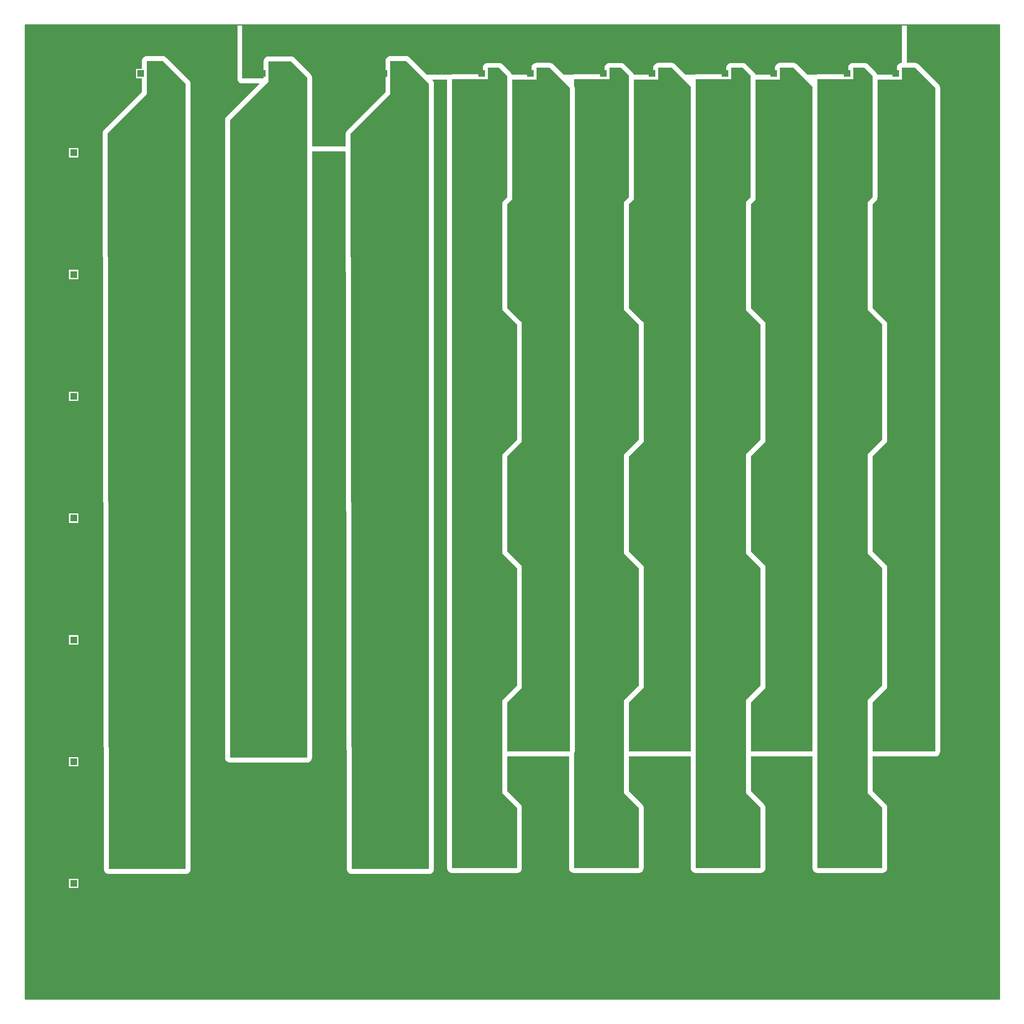
<source format=gbl>
G04*
G04 #@! TF.GenerationSoftware,Altium Limited,Altium Designer,20.0.13 (296)*
G04*
G04 Layer_Physical_Order=2*
G04 Layer_Color=16711680*
%FSLAX44Y44*%
%MOMM*%
G71*
G01*
G75*
%ADD12C,0.2540*%
%ADD27C,6.0000*%
%ADD28C,4.0000*%
%ADD29R,1.4000X1.4000*%
%ADD30C,1.4000*%
%ADD31R,1.4000X1.4000*%
%ADD32C,1.2700*%
G36*
X1800000Y1999902D02*
X1800000Y1921868D01*
X1799914D01*
X1797303Y1921525D01*
X1794871Y1920517D01*
X1792782Y1918914D01*
X1791179Y1916825D01*
X1790171Y1914393D01*
X1789827Y1911782D01*
X1789827Y1897967D01*
X1750086Y1897967D01*
X1749640Y1897908D01*
X1748735Y1900093D01*
X1747132Y1902182D01*
X1730482Y1918832D01*
X1728393Y1920435D01*
X1725961Y1921443D01*
X1723350Y1921786D01*
X1700000D01*
X1697390Y1921443D01*
X1694957Y1920435D01*
X1692868Y1918832D01*
X1691265Y1916743D01*
X1690257Y1914310D01*
X1689914Y1911700D01*
X1689914Y1898436D01*
X1626890Y1898436D01*
X1624279Y1898093D01*
X1622822Y1897489D01*
X1606155D01*
X1584730Y1918914D01*
X1584730Y1918914D01*
X1583624Y1919763D01*
X1582641Y1920517D01*
X1580208Y1921525D01*
X1577598Y1921869D01*
X1549914Y1921868D01*
X1547303Y1921525D01*
X1544870Y1920517D01*
X1542782Y1918914D01*
X1541179Y1916825D01*
X1540171Y1914393D01*
X1539827Y1911782D01*
X1539827Y1897967D01*
X1500086Y1897967D01*
X1499640Y1897908D01*
X1498735Y1900093D01*
X1497132Y1902182D01*
X1480482Y1918832D01*
X1478393Y1920435D01*
X1475961Y1921443D01*
X1473350Y1921786D01*
X1450000D01*
X1447390Y1921443D01*
X1444957Y1920435D01*
X1442868Y1918832D01*
X1441265Y1916743D01*
X1440257Y1914310D01*
X1439914Y1911700D01*
X1439914Y1898436D01*
X1376889Y1898436D01*
X1374279Y1898093D01*
X1372822Y1897489D01*
X1356155D01*
X1334730Y1918914D01*
X1334730Y1918914D01*
X1333624Y1919763D01*
X1332641Y1920517D01*
X1330208Y1921525D01*
X1327598Y1921869D01*
X1299914Y1921868D01*
X1297303Y1921525D01*
X1294870Y1920517D01*
X1292782Y1918914D01*
X1291179Y1916825D01*
X1290171Y1914393D01*
X1289827Y1911782D01*
X1289827Y1897967D01*
X1250086Y1897967D01*
X1249640Y1897908D01*
X1248735Y1900093D01*
X1247132Y1902182D01*
X1230482Y1918832D01*
X1228393Y1920435D01*
X1225960Y1921443D01*
X1223350Y1921786D01*
X1200000D01*
X1197390Y1921443D01*
X1194957Y1920435D01*
X1192868Y1918832D01*
X1191265Y1916743D01*
X1190257Y1914310D01*
X1189914Y1911700D01*
X1189914Y1898436D01*
X1126889Y1898436D01*
X1124279Y1898093D01*
X1122822Y1897489D01*
X1106155D01*
X1084730Y1918914D01*
X1084730Y1918914D01*
X1083624Y1919763D01*
X1082641Y1920517D01*
X1080209Y1921525D01*
X1077598Y1921869D01*
X1049914Y1921868D01*
X1047303Y1921525D01*
X1044871Y1920517D01*
X1042782Y1918914D01*
X1041179Y1916825D01*
X1040171Y1914393D01*
X1039827Y1911782D01*
X1039827Y1897967D01*
X1000086Y1897967D01*
X999640Y1897908D01*
X998735Y1900093D01*
X997132Y1902182D01*
X980482Y1918832D01*
X978393Y1920435D01*
X975960Y1921443D01*
X973350Y1921786D01*
X950000D01*
X947390Y1921443D01*
X944957Y1920435D01*
X942868Y1918832D01*
X941265Y1916743D01*
X940257Y1914310D01*
X939914Y1911700D01*
X939914Y1898436D01*
X876890Y1898436D01*
X874279Y1898093D01*
X872822Y1897489D01*
X825251D01*
X789986Y1932754D01*
X787897Y1934357D01*
X785464Y1935364D01*
X782854Y1935708D01*
X750000Y1935708D01*
X747389Y1935364D01*
X744957Y1934357D01*
X742868Y1932754D01*
X741265Y1930665D01*
X740257Y1928232D01*
X739914Y1925622D01*
X739914Y1861765D01*
X661269Y1783120D01*
X661264Y1783113D01*
X661257Y1783108D01*
X660461Y1782068D01*
X659666Y1781031D01*
X659663Y1781023D01*
X659657Y1781016D01*
X659158Y1779804D01*
X658658Y1778598D01*
X658657Y1778590D01*
X658654Y1778582D01*
X658486Y1777288D01*
X658315Y1775988D01*
X658316Y1775979D01*
X658315Y1775971D01*
X658357Y1750899D01*
X657460Y1750000D01*
X589306D01*
Y1891781D01*
X588962Y1894391D01*
X587954Y1896824D01*
X586352Y1898913D01*
X586352Y1898913D01*
X552973Y1932291D01*
X550884Y1933894D01*
X548451Y1934902D01*
X545841Y1935246D01*
X500000D01*
X497389Y1934902D01*
X494957Y1933894D01*
X492868Y1932291D01*
X491265Y1930202D01*
X490257Y1927770D01*
X489914Y1925159D01*
Y1889794D01*
X446036D01*
Y1998956D01*
X447265Y2000000D01*
X1800000Y1999902D01*
D02*
G37*
G36*
X1616803Y1872577D02*
X1616803Y508077D01*
X1490086Y508077D01*
X1490086Y609169D01*
X1519914Y638997D01*
Y642119D01*
X1520086Y643431D01*
X1520086Y884381D01*
X1519914Y885693D01*
Y888735D01*
X1490086Y918563D01*
Y1114010D01*
X1519914Y1143837D01*
Y1146962D01*
X1520086Y1148272D01*
X1520086Y1384597D01*
D01*
D01*
Y1384597D01*
X1519914Y1385909D01*
Y1388803D01*
X1517609Y1391108D01*
X1517132Y1391729D01*
X1507132Y1401729D01*
X1507132D01*
Y1401729D01*
X1490086Y1418775D01*
Y1631488D01*
X1499914Y1641316D01*
Y1644670D01*
X1500086Y1645981D01*
Y1645981D01*
Y1645981D01*
Y1887880D01*
X1549914Y1887881D01*
X1549914Y1911782D01*
X1577598Y1911782D01*
X1616803Y1872577D01*
D02*
G37*
G36*
X1366803D02*
X1366803Y508077D01*
X1240086Y508077D01*
X1240086Y609169D01*
X1269914Y638997D01*
Y642119D01*
X1270086Y643431D01*
X1270086Y884381D01*
X1269914Y885693D01*
Y888735D01*
X1240086Y918563D01*
Y1114010D01*
X1269914Y1143837D01*
Y1146962D01*
X1270086Y1148272D01*
X1270086Y1384597D01*
D01*
D01*
Y1384597D01*
X1269914Y1385909D01*
Y1388803D01*
X1267609Y1391108D01*
X1267132Y1391729D01*
X1257132Y1401729D01*
X1257132D01*
Y1401729D01*
X1240086Y1418775D01*
Y1631488D01*
X1249914Y1641316D01*
Y1644670D01*
X1250086Y1645981D01*
Y1645981D01*
Y1645981D01*
Y1887880D01*
X1299914Y1887881D01*
X1299914Y1911782D01*
X1327598Y1911782D01*
X1366803Y1872577D01*
D02*
G37*
G36*
X1868604Y1870776D02*
X1868604Y508077D01*
X1740086Y508077D01*
X1740086Y609169D01*
X1769914Y638997D01*
Y642119D01*
X1770086Y643431D01*
X1770086Y884381D01*
X1769914Y885693D01*
Y888735D01*
X1740086Y918563D01*
Y1114010D01*
X1769914Y1143837D01*
Y1146962D01*
X1770086Y1148272D01*
X1770086Y1384597D01*
D01*
D01*
Y1384597D01*
X1769914Y1385909D01*
Y1388803D01*
X1767609Y1391108D01*
X1767132Y1391729D01*
X1757132Y1401729D01*
X1757132D01*
Y1401729D01*
X1740086Y1418775D01*
Y1631488D01*
X1749914Y1641316D01*
Y1644670D01*
X1750086Y1645981D01*
Y1645981D01*
Y1645981D01*
Y1887880D01*
X1799914Y1887881D01*
X1799914Y1911782D01*
X1827598Y1911782D01*
X1868604Y1870776D01*
D02*
G37*
G36*
X1118605D02*
X1118605Y508077D01*
X990086Y508077D01*
X990086Y609169D01*
X1019914Y638997D01*
Y642119D01*
X1020086Y643431D01*
X1020086Y884381D01*
X1019914Y885693D01*
Y888735D01*
X990086Y918563D01*
Y1114010D01*
X1019914Y1143837D01*
Y1146962D01*
X1020086Y1148272D01*
X1020086Y1384597D01*
D01*
D01*
Y1384597D01*
X1019914Y1385909D01*
Y1388803D01*
X1017609Y1391108D01*
X1017132Y1391729D01*
X1007132Y1401729D01*
X1007132D01*
Y1401729D01*
X990086Y1418775D01*
Y1631488D01*
X999914Y1641316D01*
Y1644670D01*
X1000086Y1645981D01*
Y1645981D01*
Y1645981D01*
Y1887880D01*
X1049914Y1887881D01*
X1049914Y1911782D01*
X1077598Y1911782D01*
X1118605Y1870776D01*
D02*
G37*
G36*
X2000000Y0D02*
X0D01*
Y2000000D01*
X435016D01*
X435950Y1998956D01*
Y1889794D01*
X436293Y1887183D01*
X437301Y1884751D01*
X438904Y1882662D01*
X440993Y1881059D01*
X443425Y1880051D01*
X446036Y1879708D01*
X480449D01*
X480935Y1878534D01*
X413764Y1811363D01*
X412161Y1809274D01*
X411153Y1806842D01*
X410810Y1804231D01*
X410810Y495514D01*
X411153Y492903D01*
X412161Y490471D01*
X413764Y488382D01*
X415853Y486779D01*
X418285Y485771D01*
X420896Y485428D01*
X579220Y485428D01*
X581830Y485771D01*
X584263Y486779D01*
X586352Y488382D01*
X587954Y490471D01*
X588962Y492903D01*
X589306Y495514D01*
Y1739914D01*
X657460D01*
X658378Y1739087D01*
X660896Y266834D01*
X661069Y265538D01*
X661240Y264240D01*
X661243Y264232D01*
X661244Y264224D01*
X661748Y263013D01*
X662247Y261808D01*
X662253Y261801D01*
X662256Y261793D01*
X663054Y260757D01*
X663850Y259719D01*
X663857Y259713D01*
X663862Y259707D01*
X664899Y258914D01*
X665939Y258116D01*
X665947Y258113D01*
X665954Y258107D01*
X667160Y257610D01*
X668372Y257108D01*
X668380Y257107D01*
X668388Y257104D01*
X669681Y256936D01*
X670982Y256765D01*
X829592Y256765D01*
X832202Y257108D01*
X834635Y258116D01*
X836724Y259719D01*
X838327Y261808D01*
X839334Y264240D01*
X839678Y266851D01*
Y1878885D01*
X839334Y1881495D01*
X838327Y1883928D01*
X836724Y1886017D01*
X836511Y1886229D01*
X836997Y1887403D01*
X866803D01*
X866803Y268942D01*
X867147Y266332D01*
X868155Y263899D01*
X869758Y261810D01*
X871846Y260207D01*
X874279Y259200D01*
X876890Y258856D01*
X1010001D01*
X1012611Y259200D01*
X1015044Y260207D01*
X1017133Y261810D01*
X1018736Y263899D01*
X1019743Y266332D01*
X1020087Y268942D01*
X1020087Y392674D01*
X1019743Y395284D01*
X1018736Y397717D01*
X1017133Y399806D01*
X990086Y426853D01*
Y497990D01*
X1116803Y497990D01*
Y268942D01*
X1117147Y266332D01*
X1118155Y263899D01*
X1119758Y261810D01*
X1121846Y260207D01*
X1124279Y259200D01*
X1126890Y258856D01*
X1260001D01*
X1262611Y259200D01*
X1265044Y260207D01*
X1267133Y261810D01*
X1268736Y263899D01*
X1269743Y266332D01*
X1270087Y268942D01*
X1270087Y392674D01*
X1269743Y395284D01*
X1268736Y397717D01*
X1267133Y399806D01*
X1240086Y426853D01*
Y497990D01*
X1366803Y497990D01*
Y268942D01*
X1367147Y266332D01*
X1368155Y263899D01*
X1369758Y261810D01*
X1371846Y260207D01*
X1374279Y259200D01*
X1376890Y258856D01*
X1510001D01*
X1512611Y259200D01*
X1515044Y260207D01*
X1517133Y261810D01*
X1518736Y263899D01*
X1519743Y266332D01*
X1520087Y268942D01*
X1520087Y392674D01*
X1519743Y395284D01*
X1518736Y397717D01*
X1517133Y399806D01*
X1490086Y426853D01*
Y497990D01*
X1616803Y497990D01*
Y268942D01*
X1617147Y266332D01*
X1618155Y263899D01*
X1619758Y261810D01*
X1621846Y260207D01*
X1624279Y259200D01*
X1626890Y258856D01*
X1760001D01*
X1762611Y259200D01*
X1765044Y260207D01*
X1767133Y261810D01*
X1768736Y263899D01*
X1769743Y266332D01*
X1770087Y268942D01*
X1770087Y392674D01*
X1769743Y395284D01*
X1768736Y397717D01*
X1767133Y399806D01*
X1740086Y426853D01*
Y497990D01*
X1868604Y497990D01*
X1871215Y498334D01*
X1873648Y499342D01*
X1875737Y500945D01*
X1877339Y503034D01*
X1878347Y505466D01*
X1878691Y508077D01*
X1878691Y1870775D01*
X1878691Y1870776D01*
X1878347Y1873386D01*
X1877339Y1875819D01*
X1875737Y1877908D01*
X1875737Y1877908D01*
X1834730Y1918914D01*
X1834730Y1918914D01*
X1833624Y1919763D01*
X1832641Y1920517D01*
X1830208Y1921525D01*
X1827598Y1921869D01*
X1810984Y1921868D01*
X1810086Y1922767D01*
X1810086Y1998730D01*
X1811316Y2000000D01*
X2000000D01*
Y0D01*
D02*
G37*
G36*
X579220Y1891781D02*
Y495514D01*
X420896Y495514D01*
X420896Y1804231D01*
X500000Y1883335D01*
Y1925159D01*
X545841D01*
X579220Y1891781D01*
D02*
G37*
G36*
X1740000Y1895050D02*
Y1645981D01*
X1730000Y1635981D01*
Y1414597D01*
X1750000Y1394597D01*
X1760000Y1384597D01*
X1760000Y1148272D01*
X1730000Y1118272D01*
Y914381D01*
X1760000Y884381D01*
X1760000Y643431D01*
X1730000Y613431D01*
X1730000Y422675D01*
X1760001Y392674D01*
X1760001Y268942D01*
X1626890D01*
X1626890Y1888350D01*
X1700000Y1888350D01*
X1700000Y1911700D01*
X1723350D01*
X1740000Y1895050D01*
D02*
G37*
G36*
X1490000D02*
Y1645981D01*
X1480000Y1635981D01*
Y1414597D01*
X1500000Y1394597D01*
X1510000Y1384597D01*
X1510000Y1148272D01*
X1480000Y1118272D01*
Y914381D01*
X1510000Y884381D01*
X1510000Y643431D01*
X1480000Y613431D01*
X1480000Y422675D01*
X1510001Y392674D01*
X1510001Y268942D01*
X1376890D01*
X1376889Y1888350D01*
X1450000Y1888350D01*
X1450000Y1911700D01*
X1473350D01*
X1490000Y1895050D01*
D02*
G37*
G36*
X1240000D02*
Y1645981D01*
X1230000Y1635981D01*
Y1414597D01*
X1250000Y1394597D01*
X1260000Y1384597D01*
X1260000Y1148272D01*
X1230000Y1118272D01*
Y914381D01*
X1260000Y884381D01*
X1260000Y643431D01*
X1230000Y613431D01*
X1230000Y422675D01*
X1260001Y392674D01*
X1260001Y268942D01*
X1126890D01*
Y502447D01*
X1127339Y503034D01*
X1128347Y505466D01*
X1128691Y508077D01*
X1128691Y1870775D01*
X1128691Y1870776D01*
X1128347Y1873386D01*
X1127339Y1875819D01*
D01*
X1127339Y1875819D01*
X1126889Y1876405D01*
Y1888350D01*
X1200000Y1888350D01*
X1200000Y1911700D01*
X1223350D01*
X1240000Y1895050D01*
D02*
G37*
G36*
X990000D02*
Y1645981D01*
X980000Y1635981D01*
Y1414597D01*
X1000000Y1394597D01*
X1010000Y1384597D01*
X1010000Y1148272D01*
X980000Y1118272D01*
Y914381D01*
X1010000Y884381D01*
X1010000Y643431D01*
X980000Y613431D01*
X980000Y422675D01*
X1010001Y392674D01*
X1010001Y268942D01*
X876890D01*
X876890Y1888350D01*
X950000Y1888350D01*
X950000Y1911700D01*
X973350D01*
X990000Y1895050D01*
D02*
G37*
G36*
X829592Y1878885D02*
Y266851D01*
X670982Y266851D01*
X668401Y1775988D01*
X750000Y1857587D01*
X750000Y1925622D01*
X782854Y1925622D01*
X829592Y1878885D01*
D02*
G37*
%LPC*%
G36*
X109540Y1746840D02*
X90460D01*
Y1727760D01*
X109540D01*
Y1746840D01*
D02*
G37*
G36*
Y1496840D02*
X90460D01*
Y1477760D01*
X109540D01*
Y1496840D01*
D02*
G37*
G36*
Y1246840D02*
X90460D01*
Y1227760D01*
X109540D01*
Y1246840D01*
D02*
G37*
G36*
Y996840D02*
X90460D01*
Y977760D01*
X109540D01*
Y996840D01*
D02*
G37*
G36*
Y746840D02*
X90460D01*
Y727760D01*
X109540D01*
Y746840D01*
D02*
G37*
G36*
Y496840D02*
X90460D01*
Y477760D01*
X109540D01*
Y496840D01*
D02*
G37*
G36*
X282854Y1935708D02*
X250000Y1935708D01*
X247389Y1935364D01*
X244957Y1934357D01*
X242868Y1932754D01*
X241265Y1930665D01*
X240257Y1928232D01*
X239914Y1925622D01*
Y1909540D01*
X227760D01*
Y1890460D01*
X239914D01*
Y1861765D01*
X162326Y1784178D01*
X162321Y1784171D01*
X162314Y1784165D01*
X161516Y1783122D01*
X160723Y1782089D01*
X160720Y1782081D01*
X160715Y1782074D01*
X160214Y1780860D01*
X159716Y1779656D01*
X159715Y1779648D01*
X159712Y1779639D01*
X159543Y1778346D01*
X159372Y1777046D01*
X159373Y1777037D01*
X159372Y1777028D01*
X161955Y266834D01*
X162128Y265538D01*
X162299Y264240D01*
X162302Y264232D01*
X162304Y264224D01*
X162808Y263013D01*
X163307Y261808D01*
X163312Y261801D01*
X163315Y261793D01*
X164113Y260757D01*
X164910Y259719D01*
X164916Y259713D01*
X164922Y259707D01*
X165958Y258914D01*
X166999Y258116D01*
X167007Y258113D01*
X167013Y258107D01*
X168220Y257610D01*
X169431Y257108D01*
X169440Y257107D01*
X169448Y257104D01*
X170741Y256936D01*
X172042Y256765D01*
X330075Y256765D01*
X332685Y257108D01*
X335118Y258116D01*
X337207Y259719D01*
X338810Y261808D01*
X339817Y264240D01*
X340161Y266851D01*
Y1878401D01*
X340161Y1878401D01*
X339817Y1881012D01*
X338810Y1883445D01*
X337207Y1885533D01*
X337207Y1885534D01*
X289986Y1932754D01*
X287897Y1934357D01*
X285464Y1935364D01*
X282854Y1935708D01*
D02*
G37*
G36*
X109540Y246840D02*
X90460D01*
Y227760D01*
X109540D01*
Y246840D01*
D02*
G37*
%LPD*%
G36*
X330075Y1878401D02*
Y266851D01*
X172042Y266851D01*
X169459Y1777046D01*
X250000Y1857587D01*
X250000Y1925622D01*
X282854Y1925622D01*
X330075Y1878401D01*
D02*
G37*
D12*
X2000000Y0D02*
Y2000000D01*
X0D02*
X2000000D01*
X0Y0D02*
X2000000D01*
X0D02*
Y2000000D01*
D27*
X40000Y900000D02*
D03*
X1950000D02*
D03*
X1000000Y100000D02*
D03*
X1900000Y1900000D02*
D03*
Y100000D02*
D03*
X100000D02*
D03*
Y1900000D02*
D03*
D28*
X625000Y1772500D02*
D03*
Y1927500D02*
D03*
X375000Y1772500D02*
D03*
Y1927500D02*
D03*
D29*
X100000Y1737300D02*
D03*
Y1487300D02*
D03*
Y1237300D02*
D03*
Y987300D02*
D03*
Y737300D02*
D03*
Y237300D02*
D03*
Y487300D02*
D03*
D30*
Y1762700D02*
D03*
Y1512700D02*
D03*
Y1262700D02*
D03*
Y1012700D02*
D03*
X262700Y1900000D02*
D03*
X762700D02*
D03*
X1212700D02*
D03*
X1712700D02*
D03*
X100000Y762700D02*
D03*
X962700Y1900000D02*
D03*
X1462700D02*
D03*
X512700D02*
D03*
X1062700D02*
D03*
X100000Y262700D02*
D03*
X1562700Y1900000D02*
D03*
X1812700D02*
D03*
X1312700D02*
D03*
X100000Y512700D02*
D03*
D31*
X237300Y1900000D02*
D03*
X737300D02*
D03*
X1187300D02*
D03*
X1687300D02*
D03*
X937300D02*
D03*
X1437300D02*
D03*
X487300D02*
D03*
X1037300D02*
D03*
X1537300D02*
D03*
X1787300D02*
D03*
X1287300D02*
D03*
D32*
X1250000Y790000D02*
D03*
X1499987Y1289664D02*
D03*
X1249839Y1539961D02*
D03*
X1750341Y1541270D02*
D03*
X999908Y1289795D02*
D03*
X1750000Y1290000D02*
D03*
X1500000Y1540000D02*
D03*
X1250000Y1290000D02*
D03*
X1500000Y1040000D02*
D03*
X1750000Y1040505D02*
D03*
X1249839Y1039961D02*
D03*
X1499987Y789664D02*
D03*
X999908Y789795D02*
D03*
X1750000Y790000D02*
D03*
X1750159Y539897D02*
D03*
X1249839Y539961D02*
D03*
X1499987Y289664D02*
D03*
X999908Y289795D02*
D03*
X1750000Y290000D02*
D03*
X1500000Y540000D02*
D03*
X1250000Y290000D02*
D03*
X1000000Y540000D02*
D03*
Y1040000D02*
D03*
Y1540000D02*
D03*
X750000Y1290000D02*
D03*
Y790000D02*
D03*
Y290000D02*
D03*
X500000Y540000D02*
D03*
Y1040000D02*
D03*
Y1540000D02*
D03*
X250000Y290000D02*
D03*
Y790000D02*
D03*
Y1290000D02*
D03*
M02*

</source>
